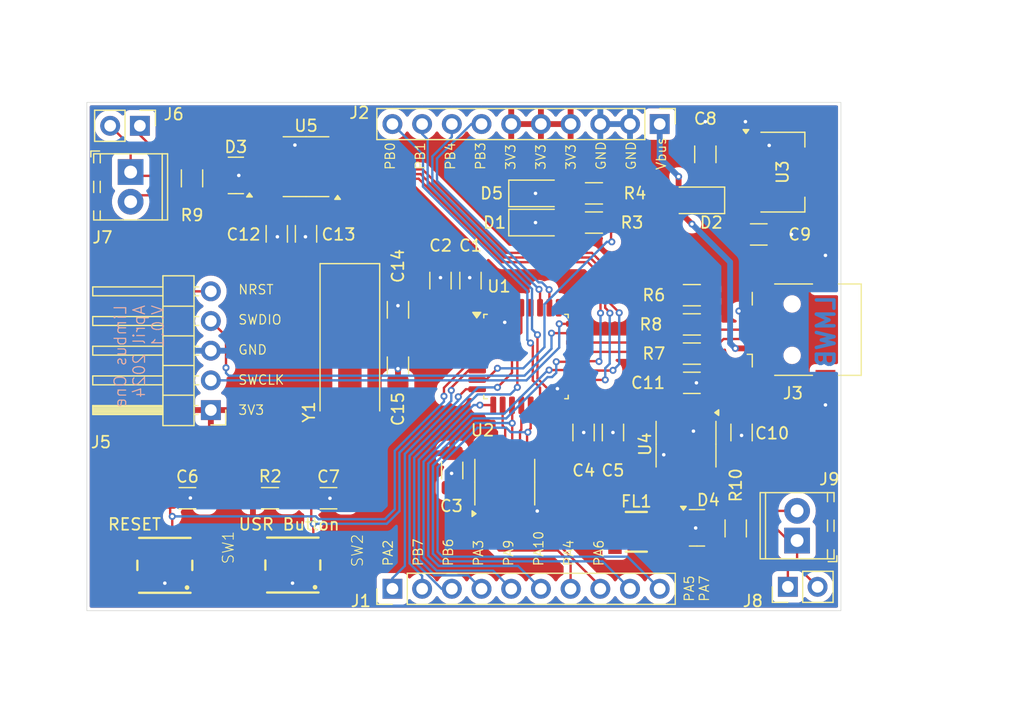
<source format=kicad_pcb>
(kicad_pcb (version 20240108) (generator "pcbnew") (generator_version "8.0")
  (title_block (title "Limbus One") (date "2024-04-28") (rev "v.0.1") (company "LMWB"))
  (layers (0 "F.Cu" signal) (31 "B.Cu" signal) (34 "B.Paste" user) (35 "F.Paste" user) (36 "B.SilkS" user "B.Silkscreen") (37 "F.SilkS" user "F.Silkscreen") (38 "B.Mask" user) (39 "F.Mask" user) (44 "Edge.Cuts" user))
  (net 0 "")
  (net 1 "GND")
  (net 2 "/Vin")
  (net 3 "/SYS_SWCLK")
  (net 4 "/SYS_SWDIO")
  (net 5 "+3V3")
  (net 6 "/NRST")
  (net 7 "/PA7")
  (net 8 "/PB8")
  (net 9 "/PA6")
  (net 10 "/PA3")
  (net 11 "/PA1")
  (net 12 "/PA0")
  (net 13 "/PA4")
  (net 14 "/PA2")
  (net 15 "/PB1")
  (net 16 "/PA5")
  (net 17 "/PA15")
  (net 18 "/PA12")
  (net 19 "/PA8")
  (net 20 "/PB5")
  (net 21 "/PB6")
  (net 22 "/PB0")
  (net 23 "/PA9")
  (net 24 "/PA10")
  (net 25 "/PA11")
  (net 26 "/PB4")
  (net 27 "/PB3")
  (net 28 "/PB7")
  (net 29 "Net-(D1-A)")
  (net 30 "Net-(J8-Pin_2)")
  (net 31 "Net-(U4-CANL)")
  (net 32 "Net-(U4-CANH)")
  (net 34 "Net-(J3-D-)")
  (net 35 "Net-(J3-D+)")
  (net 36 "Net-(J6-Pin_1)")
  (net 37 "Net-(J6-Pin_2)")
  (net 38 "Net-(J8-Pin_1)")
  (net 39 "/Vbus")
  (net 40 "Net-(J7-Pin_2)")
  (net 41 "Net-(J9-Pin_2)")
  (net 42 "Net-(D5-A)")
  (net 43 "Net-(U1-PF0)")
  (net 44 "Net-(U1-PF1)")
  (footprint "LMWB_footprints:430181038816" (layer "F.Cu") (at 46.8884 71.7296 180)
    (property "Reference" "SW2")
    (property "Value" "SW_MEC_5E" (hide yes))
  )
  (footprint "LMWB_footprints:430181038816" (layer "F.Cu") (at 35.941 71.755 180)
    (property "Reference" "SW1")
    (property "Value" "SW_MEC_5E" (hide yes))
  )
  (footprint "Capacitor_SMD:C_1206_3216Metric" (layer "F.Cu") (at 62.082 47.383 -90)
    (property "Reference" "C1")
    (property "Value" "47u")
  )
  (footprint "Connector_PinHeader_2.54mm:PinHeader_1x05_P2.54mm_Horizontal" (layer "F.Cu") (at 39.878 58.463 180)
    (property "Reference" "J5")
    (property "Value" "Conn_01x05")
  )
  (footprint "Capacitor_SMD:C_1206_3216Metric" (layer "F.Cu") (at 85.267 60.383 90)
    (property "Reference" "C10")
    (property "Value" "100n")
  )
  (footprint "Connector_PinHeader_2.54mm:PinHeader_1x10_P2.54mm_Vertical" (layer "F.Cu") (at 78.267 33.9852 -90)
    (property "Reference" "J2")
    (property "Value" "Conn_01x10" (hide yes))
  )
  (footprint "Package_QFP:LQFP-32_7x7mm_P0.8mm" (layer "F.Cu") (at 66.832 53.883)
    (property "Reference" "U1")
    (property "Value" "STM32F042K6Tx")
  )
  (footprint "Resistor_SMD:R_1206_3216Metric" (layer "F.Cu") (at 81.017 48.633)
    (property "Reference" "R6")
    (property "Value" "1k5")
  )
  (footprint "Capacitor_SMD:C_1206_3216Metric" (layer "F.Cu") (at 86.741 43.434)
    (property "Reference" "C9")
    (property "Value" "1u")
  )
  (footprint "LMWB_footprints:WE-CNSW_1812" (layer "F.Cu") (at 76.267 68.883)
    (property "Reference" "FL1")
    (property "Value" "Filter_CAN_Choke_LL_1234" (hide yes))
  )
  (footprint "Package_TO_SOT_SMD:SOT-23" (layer "F.Cu") (at 81.4545 68.543)
    (property "Reference" "D4")
    (property "Value" "NUP2105L")
  )
  (footprint "Connector_PinHeader_2.54mm:PinHeader_1x02_P2.54mm_Vertical" (layer "F.Cu") (at 89.227 73.593 90)
    (property "Reference" "J8")
    (property "Value" "Conn_01x02")
  )
  (footprint "Resistor_SMD:R_1206_3216Metric" (layer "F.Cu") (at 72.644 39.918)
    (property "Reference" "R4")
    (property "Value" "220")
  )
  (footprint "Capacitor_SMD:C_1206_3216Metric" (layer "F.Cu") (at 81.017 56.133 180)
    (property "Reference" "C11")
    (property "Value" "47u")
  )
  (footprint "Connector_USB:USB_Mini-B_Lumberg_2486_01_Horizontal" (layer "F.Cu") (at 89.592 51.583 90)
    (property "Reference" "J3")
    (property "Value" "USB_B_Micro")
  )
  (footprint "Connector_PinHeader_2.54mm:PinHeader_1x02_P2.54mm_Vertical" (layer "F.Cu") (at 33.807 34.133 -90)
    (property "Reference" "J6")
    (property "Value" "Conn_01x02")
  )
  (footprint "Capacitor_SMD:C_1206_3216Metric" (layer "F.Cu") (at 59.517 47.383 -90)
    (property "Reference" "C2")
    (property "Value" "100n")
  )
  (footprint "Capacitor_SMD:C_1206_3216Metric" (layer "F.Cu") (at 49.9392 66.009)
    (property "Reference" "C7")
    (property "Value" "100n")
  )
  (footprint "Resistor_SMD:R_1206_3216Metric" (layer "F.Cu") (at 72.644 42.418)
    (property "Reference" "R3")
    (property "Value" "220")
  )
  (footprint "Package_SO:SOIC-8_3.9x4.9mm_P1.27mm" (layer "F.Cu") (at 80.517 61.383 -90)
    (property "Reference" "U4")
    (property "Value" "TCAN334")
  )
  (footprint "Capacitor_SMD:C_1206_3216Metric" (layer "F.Cu") (at 55.88 49.883 -90)
    (property "Reference" "C14")
    (property "Value" "22p")
  )
  (footprint "Resistor_SMD:R_1206_3216Metric" (layer "F.Cu") (at 44.9392 66.009 180)
    (property "Reference" "R2")
    (property "Value" "10k")
  )
  (footprint "Capacitor_SMD:C_1206_3216Metric" (layer "F.Cu") (at 74.267 60.383 90)
    (property "Reference" "C5")
    (property "Value" "100n")
  )
  (footprint "Package_SO:SOIC-8_3.9x4.9mm_P1.27mm" (layer "F.Cu") (at 65.017 64.633 90)
    (property "Reference" "U2")
    (property "Value" "AT25xxx")
  )
  (footprint "Capacitor_SMD:C_1206_3216Metric" (layer "F.Cu") (at 48.017 43.383 90)
    (property "Reference" "C13")
    (property "Value" "47u")
  )
  (footprint "TerminalBlock_Phoenix:TerminalBlock_Phoenix_MPT-0,5-2-2.54_1x02_P2.54mm_Horizontal" (layer "F.Cu") (at 90.017 69.633 90)
    (property "Reference" "J9")
    (property "Value" "Conn_01x02")
  )
  (footprint "Diode_SMD:D_1206_3216Metric" (layer "F.Cu") (at 81.534 40.513 180)
    (property "Reference" "D2")
    (property "Value" "D")
  )
  (footprint "Capacitor_SMD:C_1206_3216Metric" (layer "F.Cu") (at 55.88 54.633 90)
    (property "Reference" "C15")
    (property "Value" "22p")
  )
  (footprint "Crystal:Crystal_SMD_HC49-SD" (layer "F.Cu") (at 51.767 52.633 -90)
    (property "Reference" "Y1")
    (property "Value" "Crystal")
  )
  (footprint "Resistor_SMD:R_1206_3216Metric" (layer "F.Cu") (at 38.267 38.633 -90)
    (property "Reference" "R9")
    (property "Value" "120")
  )
  (footprint "Capacitor_SMD:C_1206_3216Metric" (layer "F.Cu") (at 45.517 43.383 90)
    (property "Reference" "C12")
    (property "Value" "100n")
  )
  (footprint "Resistor_SMD:R_1206_3216Metric" (layer "F.Cu") (at 84.767 68.593 90)
    (property "Reference" "R10")
    (property "Value" "120")
  )
  (footprint "Package_TO_SOT_SMD:SOT-23" (layer "F.Cu") (at 42.017 38.383 180)
    (property "Reference" "D3")
    (property "Value" "NUP2105L")
  )
  (footprint "Capacitor_SMD:C_1206_3216Metric" (layer "F.Cu") (at 60.517 63.633 90)
    (property "Reference" "C3")
    (property "Value" "100n")
  )
  (footprint "LED_SMD:LED_1206_3216Metric" (layer "F.Cu") (at 67.644 39.918)
    (property "Reference" "D5")
    (property "Value" "LED")
  )
  (footprint "Package_TO_SOT_SMD:SOT-223-3_TabPin2" (layer "F.Cu") (at 88.773 38.1)
    (property "Reference" "U3")
    (property "Value" "AMS1117-3.3")
  )
  (footprint "Capacitor_SMD:C_1206_3216Metric" (layer "F.Cu") (at 71.753573 60.383 90)
    (property "Reference" "C4")
    (property "Value" "47u")
  )
  (footprint "Capacitor_SMD:C_1206_3216Metric" (layer "F.Cu") (at 37.8742 66.009)
    (property "Reference" "C6")
    (property "Value" "100n")
  )
  (footprint "Connector_PinHeader_2.54mm:PinHeader_1x10_P2.54mm_Vertical" (layer "F.Cu") (at 55.407 73.7616 90)
    (property "Reference" "J1")
    (property "Value" "Conn_01x10" (hide yes))
  )
  (footprint "LED_SMD:LED_1206_3216Metric" (layer "F.Cu") (at 67.644 42.418)
    (property "Reference" "D1")
    (property "Value" "LED")
  )
  (footprint "TerminalBlock_Phoenix:TerminalBlock_Phoenix_MPT-0,5-2-2.54_1x02_P2.54mm_Horizontal" (layer "F.Cu") (at 33.017 38.093 -90)
    (property "Reference" "J7")
    (property "Value" "Conn_01x02")
  )
  (footprint "Resistor_SMD:R_1206_3216Metric" (layer "F.Cu") (at 81.017 53.633 180)
    (property "Reference" "R7")
    (property "Value" "22")
  )
  (footprint "Resistor_SMD:R_1206_3216Metric" (layer "F.Cu") (at 81.017 51.133 180)
    (property "Reference" "R8")
    (property "Value" "22")
  )
  (footprint "Package_SO:SOIC-8_3.9x4.9mm_P1.27mm" (layer "F.Cu") (at 48.017 37.633 180)
    (property "Reference" "U5")
    (property "Value" "MAX481E")
  )
  (footprint "Capacitor_SMD:C_1206_3216Metric" (layer "F.Cu") (at 82.169 36.576 90)
    (property "Reference" "C8")
    (property "Value" "1u")
  )
  (gr_rect (start 29.267 32.133) (end 93.767 75.633) (stroke (width 0.05)) (fill none) (layer "Edge.Cuts"))
  (gr_text "LMWB" (at 93.367 48.483 90) (layer "B.Cu") (effects (font (size 1.5 1.5) (thickness 0.3) (bold yes)) (justify left bottom mirror)))
  (gr_text "Limbus One\nApril 2024\nV.0.1" (at 35.941 49.403 90) (layer "B.SilkS") (effects (font (size 1 1) (thickness 0.1)) (justify left bottom mirror)))
  (gr_text "PA5\nPA7" (at 82.55 74.93 90) (layer "F.SilkS") (effects (font (size 0.8 0.8) (thickness 0.1)) (justify left bottom)))
  (gr_text "PA2\n\nPB7\n\nPB6\n\nPA3\n\nPA9\n\nPA10\n\nPA4\n\nPA6" (at 73.533 71.882 90) (layer "F.SilkS") (effects (font (size 0.8 0.8) (thickness 0.1)) (justify left bottom)))
  (gr_text "PB0\n\nPB1\n\nPB4\n\nPB3\n\n3V3\n\n3V3\n\n3V3\n\nGND\n\nGND\n\nVbus" (at 78.867 37.973 90) (layer "F.SilkS") (effects (font (size 0.8 0.8) (thickness 0.1)) (justify left bottom)))
  (gr_text "NRST\n\nSWDIO\n\nGND\n\nSWCLK\n\n3V3" (at 42.164 58.928 0) (layer "F.SilkS") (effects (font (size 0.8 0.8) (thickness 0.1)) (justify left bottom)))
  (gr_text "RESET" (at 30.988 68.834 0) (layer "F.SilkS") (effects (font (size 1 1)) (justify left bottom)))
  (gr_text "USR Button" (at 42.164 68.834 0) (layer "F.SilkS") (effects (font (size 1 1)) (justify left bottom)))
  (segment (start 45.517 43.683) (end 45.567 43.633) (width 0.5) (layer "F.Cu") (net 1))
  (segment (start 81.152 60.268) (end 81.152 58.908) (width 0.5) (layer "F.Cu") (net 1))
  (segment (start 48.017 44.858001) (end 48.017 43.683) (width 0.5) (layer "F.Cu") (net 1))
  (segment (start 87.616 35.8) (end 87.63 35.814) (width 1) (layer "F.Cu") (net 1))
  (segment (start 60.517 65.108001) (end 60.517 63.933) (width 0.5) (layer "F.Cu") (net 1))
  (segment (start 35.941 73.279) (end 35.917 73.255) (width 0.5) (layer "F.Cu") (net 1))
  (segment (start 41.079499 38.383) (end 42.267 38.383) (width 0.5) (layer "F.Cu") (net 1))
  (segment (start 47.012 35.728) (end 47.067 35.783) (width 0.5) (layer "F.Cu") (net 1))
  (segment (start 39.3492 66.009) (end 38.1452 66.009) (width 0.5) (layer "F.Cu") (net 1))
  (segment (start 78.612 62.288) (end 78.612 63.858) (width 0.5) (layer "F.Cu") (net 1))
  (segment (start 64.465362 50.908) (end 64.032 50.474638) (width 0.5) (layer "F.Cu") (net 1))
  (segment (start 48.017 43.683) (end 47.967 43.633) (width 0.5) (layer "F.Cu") (net 1))
  (segment (start 45.517 44.858001) (end 45.517 43.683) (width 0.5) (layer "F.Cu") (net 1))
  (segment (start 45.542 35.728) (end 47.012 35.728) (width 0.5) (layer "F.Cu") (net 1))
  (segment (start 86.892 49.983) (end 85.0434 49.983) (width 0.5) (layer "F.Cu") (net 1))
  (segment (start 59.517 45.907999) (end 59.517 47.133) (width 0.5) (layer "F.Cu") (net 1))
  (segment (start 55.88 54.923) (end 55.88 56.108001) (width 0.5) (layer "F.Cu") (net 1))
  (segment (start 92.456 45.212) (end 92.442 45.226) (width 0.5) (layer "F.Cu") (net 1))
  (segment (start 66.244 39.918) (end 67.644 39.918) (width 0.5) (layer "F.Cu") (net 1))
  (segment (start 92.442 47.133) (end 92.442 45.226) (width 0.5) (layer "F.Cu") (net 1))
  (segment (start 82.422 62.728) (end 82.422 63.858) (width 0.5) (layer "F.Cu") (net 1))
  (segment (start 85.267 61.858001) (end 83.291999 61.858001) (width 0.5) (layer "F.Cu") (net 1))
  (segment (start 55.88 49.53) (end 55.88 48.407999) (width 0.5) (layer "F.Cu") (net 1))
  (segment (start 62.082 47.068) (end 62.017 47.133) (width 0.5) (layer "F.Cu") (net 1))
  (segment (start 51.4142 66.009) (end 50.069 66.009) (width 0.5) (layer "F.Cu") (net 1))
  (segment (start 50.069 66.009) (end 50.0634 66.0146) (width 0.2) (layer "F.Cu") (net 1))
  (segment (start 85.623 35.8) (end 87.616 35.8) (width 1) (layer "F.Cu") (net 1))
  (segment (start 85.623 35.8) (end 85.623 33.807) (width 1) (layer "F.Cu") (net 1))
  (segment (start 60.517 63.933) (end 60.467 63.883) (width 0.5) (layer "F.Cu") (net 1))
  (segment (start 88.216001 43.434) (end 89.535 43.434) (width 0.5) (layer "F.Cu") (net 1))
  (segment (start 69.632 56.748) (end 69.517 56.633) (width 0.5) (layer "F.Cu") (net 1))
  (segment (start 38.1452 66.009) (end 38.1254 65.9892) (width 0.2) (layer "F.Cu") (net 1))
  (segment (start 71.753573 61.858001) (end 71.753573 60.396427) (width 0.5) (layer "F.Cu") (net 1))
  (segment (start 92.442 58.025) (end 92.442 56.033) (width 0.5) (layer "F.Cu") (net 1))
  (segment (start 39.441 73.255) (end 35.965 73.255) (width 0.5) (layer "F.Cu") (net 1))
  (segment (start 82.169 35.100999) (end 82.169 33.782) (width 0.5) (layer "F.Cu") (net 1))
  (segment (start 62.082 45.907999) (end 62.082 47.068) (width 0.5) (layer "F.Cu") (net 1))
  (segment (start 71.753573 60.396427) (end 71.767 60.383) (width 0.5) (layer "F.Cu") (net 1))
  (segment (start 46.8136 73.2296) (end 43.3884 73.2296) (width 0.5) (layer "F.Cu") (net 1))
  (segment (start 69.632 58.058) (end 69.632 56.748) (width 0.5) (layer "F.Cu") (net 1))
  (segment (start 64.963696 50.908) (end 64.465362 50.908) (width 0.5) (layer "F.Cu") (net 1))
  (segment (start 65.01188 50.956184) (end 64.963696 50.908) (width 0.5) (layer "F.Cu") (net 1))
  (segment (start 46.863 73.279) (end 46.8136 73.2296) (width 0.5) (layer "F.Cu") (net 1))
  (segment (start 85.267 61.858001) (end 85.267 60.633) (width 0.5) (layer "F.Cu") (net 1))
  (segment (start 82.492001 56.133) (end 81.407 56.133) (width 0.5) (layer "F.Cu") (net 1))
  (segment (start 85.623 33.807) (end 85.598 33.782) (width 1) (layer "F.Cu") (net 1))
  (segment (start 35.917 73.255) (end 32.441 73.255) (width 0.5) (layer "F.Cu") (net 1))
  (segment (start 85.0434 49.983) (end 85.0392 49.9872) (width 0.5) (layer "F.Cu") (net 1))
  (segment (start 46.9124 73.2296) (end 46.863 73.279) (width 0.5) (layer "F.Cu") (net 1))
  (segment (start 81.357 68.543) (end 82.392001 68.543) (width 0.5) (layer "F.Cu") (net 1))
  (segment (start 67.7926 67.1068) (end 66.9232 67.1068) (width 0.2) (layer "F.Cu") (net 1))
  (segment (start 50.3884 73.2296) (end 46.9124 73.2296) (width 0.5) (layer "F.Cu") (net 1))
  (segment (start 81.342 68.558) (end 81.357 68.543) (width 0.5) (layer "F.Cu") (net 1))
  (segment (start 66.244001 42.418) (end 67.644 42.418) (width 0.5) (layer "F.Cu") (net 1))
  (segment (start 83.291999 61.858001) (end 82.422 62.728) (width 0.5) (layer "F.Cu") (net 1))
  (segment (start 64.032 50.474638) (end 64.032 49.708) (width 0.5) (layer "F.Cu") (net 1))
  (segment (start 74.267 61.858001) (end 74.267 60.383) (width 0.5) (layer "F.Cu") (net 1))
  (segment (start 35.965 73.255) (end 35.941 73.279) (width 0.5) (layer "F.Cu") (net 1))
  (segment (start 66.9232 67.1068) (end 66.922 67.108) (width 0.2) (layer "F.Cu") (net 1))
  (via (at 67.644 39.918) (size 0.6) (drill 0.3) (layers "F.Cu" "B.Cu") (net 1))
  (via (at 81.152 60.268) (size 0.6) (drill 0.3) (layers "F.Cu" "B.Cu") (net 1))
  (via (at 35.941 73.279) (size 0.6) (drill 0.3) (layers "F.Cu" "B.Cu") (net 1))
  (via (at 38.1254 65.9892) (size 0.6) (drill 0.3) (layers "F.Cu" "B.Cu") (net 1))
  (via (at 71.767 60.383) (size 0.6) (drill 0.3) (layers "F.Cu" "B.Cu") (net 1))
  (via (at 47.967 43.633) (size 0.6) (drill 0.3) (layers "F.Cu" "B.Cu") (net 1))
  (via (at 81.407 56.133) (size 0.6) (drill 0.3) (layers "F.Cu" "B.Cu") (net 1))
  (via (at 45.567 43.633) (size 0.6) (drill 0.3) (layers "F.Cu" "B.Cu") (net 1))
  (via (at 55.88 49.53) (size 0.6) (drill 0.3) (layers "F.Cu" "B.Cu") (net 1))
  (via (at 47.067 35.783) (size 0.6) (drill 0.3) (layers "F.Cu" "B.Cu") (net 1))
  (via (at 59.517 47.133) (size 0.6) (drill 0.3) (layers "F.Cu" "B.Cu") (net 1))
  (via (at 60.467 63.883) (size 0.6) (drill 0.3) (layers "F.Cu" "B.Cu") (net 1))
  (via (at 82.169 33.782) (size 0.6) (drill 0.3) (layers "F.Cu" "B.Cu") (net 1))
  (via (at 85.598 33.782) (size 0.6) (drill 0.3) (layers "F.Cu" "B.Cu") (net 1))
  (via (at 46.863 73.279) (size 0.6) (drill 0.3) (layers "F.Cu" "B.Cu") (net 1))
  (via (at 92.442 45.226) (size 0.6) (drill 0.3) (layers "F.Cu" "B.Cu") (net 1))
  (via (at 67.7926 67.1068) (size 0.6) (drill 0.3) (layers "F.Cu" "B.Cu") (net 1))
  (via (at 92.442 58.025) (size 0.6) (drill 0.3) (layers "F.Cu" "B.Cu") (net 1))
  (via (at 87.63 35.814) (size 0.6) (drill 0.3) (layers "F.Cu" "B.Cu") (net 1))
  (via (at 85.0392 49.9872) (size 0.6) (drill 0.3) (layers "F.Cu" "B.Cu") (net 1))
  (via (at 55.88 54.923) (size 0.6) (drill 0.3) (layers "F.Cu" "B.Cu") (net 1))
  (via (at 74.267 60.383) (size 0.6) (drill 0.3) (layers "F.Cu" "B.Cu") (net 1))
  (via (at 50.0634 66.0146) (size 0.6) (drill 0.3) (layers "F.Cu" "B.Cu") (net 1))
  (via (at 62.017 47.133) (size 0.6) (drill 0.3) (layers "F.Cu" "B.Cu") (net 1))
  (via (at 69.517 56.633) (size 0.6) (drill 0.3) (layers "F.Cu" "B.Cu") (net 1))
  (via (at 42.267 38.383) (size 0.6) (drill 0.3) (layers "F.Cu" "B.Cu") (net 1))
  (via (at 67.644 42.418) (size 0.6) (drill 0.3) (layers "F.Cu" "B.Cu") (net 1))
  (via (at 65.01188 50.956184) (size 0.6) (drill 0.3) (layers "F.Cu" "B.Cu") (net 1))
  (via (at 89.535 43.434) (size 0.6) (drill 0.3) (layers "F.Cu" "B.Cu") (net 1))
  (via (at 85.267 60.633) (size 0.6) (drill 0.3) (layers "F.Cu" "B.Cu") (net 1))
  (via (at 78.612 62.288) (size 0.6) (drill 0.3) (layers "F.Cu" "B.Cu") (net 1))
  (via (at 81.342 68.558) (size 0.6) (drill 0.3) (layers "F.Cu" "B.Cu") (net 1))
  (segment (start 85.623 40.4) (end 85.623 43.076999) (width 1) (layer "F.Cu") (net 2))
  (segment (start 83.046999 40.4) (end 82.933999 40.513) (width 1) (layer "F.Cu") (net 2))
  (segment (start 85.623 43.076999) (end 85.265999 43.434) (width 1) (layer "F.Cu") (net 2))
  (segment (start 85.623 40.4) (end 83.046999 40.4) (width 1) (layer "F.Cu") (net 2))
  (segment (start 69.6722 51.083) (end 71.007 51.083) (width 0.2) (layer "F.Cu") (net 3))
  (via (at 69.6722 51.083) (size 0.6) (drill 0.3) (layers "F.Cu" "B.Cu") (net 3))
  (segment (start 39.878 55.923) (end 66.867486 55.923) (width 0.2) (layer "B.Cu") (net 3))
  (segment (start 69.6722 53.118286) (end 69.6722 51.083) (width 0.2) (layer "B.Cu") (net 3))
  (segment (start 66.867486 55.923) (end 69.6722 53.118286) (width 0.2) (layer "B.Cu") (net 3))
  (segment (start 69.0118 51.883) (end 71.007 51.883) (width 0.2) (layer "F.Cu") (net 4))
  (segment (start 41.1734 54.8386) (end 41.1734 52.1384) (width 0.2) (layer "F.Cu") (net 4))
  (segment (start 41.1734 52.1384) (end 39.878 50.843) (width 0.2) (layer "F.Cu") (net 4))
  (via (at 41.1734 54.8386) (size 0.6) (drill 0.3) (layers "F.Cu" "B.Cu") (net 4))
  (via (at 69.0118 51.883) (size 0.6) (drill 0.3) (layers "F.Cu" "B.Cu") (net 4))
  (segment (start 69.0118 51.883) (end 69.0118 53.213) (width 0.2) (layer "B.Cu") (net 4))
  (segment (start 69.0118 53.213) (end 66.7018 55.523) (width 0.2) (layer "B.Cu") (net 4))
  (segment (start 41.4006 55.523) (end 41.1734 55.2958) (width 0.2) (layer "B.Cu") (net 4))
  (segment (start 66.7018 55.523) (end 41.4006 55.523) (width 0.2) (layer "B.Cu") (net 4))
  (segment (start 41.1734 55.2958) (end 41.1734 54.8386) (width 0.2) (layer "B.Cu") (net 4))
  (segment (start 71.007 58.161426) (end 71.753573 58.907999) (width 0.5) (layer "F.Cu") (net 5))
  (segment (start 63.423638 51.083) (end 62.657 51.083) (width 0.5) (layer "F.Cu") (net 5))
  (segment (start 62.657 49.433001) (end 62.082 48.858001) (width 0.5) (layer "F.Cu") (net 5))
  (segment (start 59.517 48.858001) (end 62.082 48.858001) (width 1) (layer "F.Cu") (net 5))
  (segment (start 63.857 51.516362) (end 63.423638 51.083) (width 0.5) (layer "F.Cu") (net 5))
  (segment (start 62.657 54.283) (end 63.423638 54.283) (width 0.5) (layer "F.Cu") (net 5))
  (segment (start 74.267 58.907999) (end 71.753573 58.907999) (width 1) (layer "F.Cu") (net 5))
  (segment (start 71.007 56.683) (end 71.007 58.161426) (width 0.5) (layer "F.Cu") (net 5))
  (segment (start 79.882 56.473001) (end 79.541999 56.133) (width 0.5) (layer "F.Cu") (net 5))
  (segment (start 79.882 58.908) (end 79.882 56.473001) (width 0.5) (layer "F.Cu") (net 5))
  (segment (start 62.657 51.083) (end 62.657 49.433001) (width 0.5) (layer "F.Cu") (net 5))
  (segment (start 63.857 53.849638) (end 63.857 51.516362) (width 0.5) (layer "F.Cu") (net 5))
  (segment (start 63.423638 54.283) (end 63.857 53.849638) (width 0.5) (layer "F.Cu") (net 5))
  (segment (start 39.878 48.303) (end 36.66 48.303) (width 0.2) (layer "F.Cu") (net 6))
  (segment (start 59.814678 57.278849) (end 59.814678 56.557793) (width 0.2) (layer "F.Cu") (net 6))
  (segment (start 36.727 70.255) (end 36.576 70.104) (width 0.2) (layer "F.Cu") (net 6))
  (segment (start 36.66 48.303) (end 36.3992 48.5638) (width 0.2) (layer "F.Cu") (net 6))
  (segment (start 36.3992 48.5638) (end 36.3992 66.009) (width 0.2) (layer "F.Cu") (net 6))
  (segment (start 36.576 67.564) (end 36.3992 67.3872) (width 0.2) (layer "F.Cu") (net 6))
  (segment (start 59.814678 56.557793) (end 61.607 54.765471) (width 0.2) (layer "F.Cu") (net 6))
  (segment (start 36.576 70.104) (end 36.576 67.564) (width 0.2) (layer "F.Cu") (net 6))
  (segment (start 61.607 53.709) (end 61.833 53.483) (width 0.2) (layer "F.Cu") (net 6))
  (segment (start 32.441 70.255) (end 36.957 70.255) (width 0.2) (layer "F.Cu") (net 6))
  (segment (start 61.607 54.765471) (end 61.607 53.709) (width 0.2) (layer "F.Cu") (net 6))
  (segment (start 61.833 53.483) (end 62.657 53.483) (width 0.2) (layer "F.Cu") (net 6))
  (segment (start 36.3992 67.3872) (end 36.3992 66.009) (width 0.2) (layer "F.Cu") (net 6))
  (segment (start 39.441 70.255) (end 36.957 70.255) (width 0.2) (layer "F.Cu") (net 6))
  (segment (start 36.957 70.255) (end 36.727 70.255) (width 0.2) (layer "F.Cu") (net 6))
  (via (at 36.576 67.564) (size 0.6) (drill 0.3) (layers "F.Cu" "B.Cu") (net 6))
  (via (at 59.814678 57.278849) (size 0.6) (drill 0.3) (layers "F.Cu" "B.Cu") (net 6))
  (segment (start 59.814678 57.278849) (end 59.814678 57.741268) (width 0.2) (layer "B.Cu") (net 6))
  (segment (start 54.756 67.799) (end 49.089529 67.799) (width 0.2) (layer "B.Cu") (net 6))
  (segment (start 55.607 66.948) (end 54.756 67.799) (width 0.2) (layer "B.Cu") (net 6))
  (segment (start 49.089529 67.799) (end 48.854529 67.564) (width 0.2) (layer "B.Cu") (net 6))
  (segment (start 48.854529 67.564) (end 36.576 67.564) (width 0.2) (layer "B.Cu") (net 6))
  (segment (start 59.814678 57.741268) (end 55.607 61.948946) (width 0.2) (layer "B.Cu") (net 6))
  (segment (start 55.607 61.948946) (end 55.607 66.948) (width 0.2) (layer "B.Cu") (net 6))
  (segment (start 66.989165 60.264835) (end 67.232 60.022) (width 0.2) (layer "F.Cu") (net 7))
  (segment (start 67.232 60.022) (end 67.232 58.058) (width 0.2) (layer "F.Cu") (net 7))
  (segment (start 66.922 60.426004) (end 66.922 62.158) (width 0.2) (layer "F.Cu") (net 7))
  (segment (start 66.989165 60.358839) (end 66.922 60.426004) (width 0.2) (layer "F.Cu") (net 7))
  (segment (start 66.989165 60.358839) (end 66.989165 60.264835) (width 0.2) (layer "F.Cu") (net 7))
  (segment (start 66.922 62.158) (end 66.929 62.165) (width 0.2) (layer "F.Cu") (net 7))
  (via (at 66.989165 60.358839) (size 0.6) (drill 0.3) (layers "F.Cu" "B.Cu") (net 7))
  (segment (start 65.522123 60.358839) (end 65.138884 59.9756) (width 0.2) (layer "B.Cu") (net 7))
  (segment (start 59.69223 71.0116) (end 75.517 71.0116) (width 0.2) (layer "B.Cu") (net 7))
  (segment (start 75.517 71.0116) (end 78.267 73.7616) (width 0.2) (layer "B.Cu") (net 7))
  (segment (start 62.671516 59.9756) (end 59.2706 63.376516) (width 0.2) (layer "B.Cu") (net 7))
  (segment (start 66.989165 60.358839) (end 65.522123 60.358839) (width 0.2) (layer "B.Cu") (net 7))
  (segment (start 59.2706 70.58997) (end 59.69223 71.0116) (width 0.2) (layer "B.Cu") (net 7))
  (segment (start 59.2706 63.376516) (end 59.2706 70.58997) (width 0.2) (layer "B.Cu") (net 7))
  (segment (start 65.138884 59.9756) (end 62.671516 59.9756) (width 0.2) (layer "B.Cu") (net 7))
  (segment (start 66.432 58.058) (end 66.432 60.1362) (width 0.2) (layer "F.Cu") (net 9))
  (segment (start 65.4494 64.0144) (end 65.4494 64.732486) (width 0.2) (layer "F.Cu") (net 9))
  (segment (start 69.722514 70.085) (end 65.1828 70.085) (width 0.2) (layer "F.Cu") (net 9))
  (segment (start 66.432 60.1362) (end 66.3194 60.2488) (width 0.2) (layer "F.Cu") (net 9))
  (segment (start 64.382 65.799886) (end 64.382 67.108) (width 0.2) (layer "F.Cu") (net 9))
  (segment (start 66.3194 63.1444) (end 65.4494 64.0144) (width 0.2) (layer "F.Cu") (net 9))
  (segment (start 66.3194 60.2488) (end 66.3194 63.1444) (width 0.2) (layer "F.Cu") (net 9))
  (segment (start 65.4494 64.732486) (end 64.382 65.799886) (width 0.2) (layer "F.Cu") (net 9))
  (segment (start 64.382 69.2842) (end 64.382 67.108) (width 0.2) (layer "F.Cu") (net 9))
  (segment (start 73.187001 73.7616) (end 73.187001 73.549487) (width 0.2) (layer "F.Cu") (net 9))
  (segment (start 65.1828 70.085) (end 64.382 69.2842) (width 0.2) (layer "F.Cu") (net 9))
  (segment (start 73.187001 73.549487) (end 69.722514 70.085) (width 0.2) (layer "F.Cu") (net 9))
  (segment (start 62.8904 58.039) (end 64.013 58.039) (width 0.2) (layer "F.Cu") (net 10))
  (segment (start 64.013 58.039) (end 64.032 58.058) (width 0.2) (layer "F.Cu") (net 10))
  (via (at 62.8904 58.039) (size 0.6) (drill 0.3) (layers "F.Cu" "B.Cu") (net 10))
  (segment (start 62.8904 58.039) (end 62.345372 58.039) (width 0.2) (layer "B.Cu") (net 10))
  (segment (start 61.877 72.6116) (end 63.027 73.7616) (width 0.2) (layer "B.Cu") (net 10))
  (segment (start 62.345372 58.039) (end 57.6706 62.713772) (width 0.2) (layer "B.Cu") (net 10))
  (segment (start 57.6706 71.252714) (end 59.029486 72.6116) (width 0.2) (layer "B.Cu") (net 10))
  (segment (start 57.6706 62.713772) (end 57.6706 71.252714) (width 0.2) (layer "B.Cu") (net 10))
  (segment (start 59.029486 72.6116) (end 61.877 72.6116) (width 0.2) (layer "B.Cu") (net 10))
  (segment (start 74.1065 44.0075) (end 74.1065 42.418) (width 0.2) (layer "F.Cu") (net 11))
  (segment (start 62.657 55.883) (end 63.406999 55.883) (width 0.2) (layer "F.Cu") (net 11))
  (segment (start 63.406999 55.883) (end 64.389 54.900999) (width 0.2) (layer "F.Cu") (net 11))
  (segment (start 64.389 54.900999) (end 64.389 54.8894) (width 0.2) (layer "F.Cu") (net 11))
  (segment (start 74.168 44.069) (end 74.1065 44.0075) (width 0.2) (layer "F.Cu") (net 11))
  (via (at 64.389 54.8894) (size 0.6) (drill 0.3) (layers "F.Cu" "B.Cu") (net 11))
  (via (at 74.168 44.069) (size 0.6) (drill 0.3) (layers "F.Cu" "B.Cu") (net 11))
  (segment (start 64.389 54.8894) (end 66.5988 54.8894) (width 0.2) (layer "B.Cu") (net 11))
  (segment (start 73.746529 44.069) (end 74.168 44.069) (width 0.2) (layer "B.Cu") (net 11))
  (segment (start 68.4118 53.0764) (end 68.4118 49.403729) (width 0.2) (layer "B.Cu") (net 11))
  (segment (start 66.5988 54.8894) (end 68.4118 53.0764) (width 0.2) (layer "B.Cu") (net 11))
  (segment (start 68.4118 49.403729) (end 73.746529 44.069) (width 0.2) (layer "B.Cu") (net 11))
  (segment (start 60.4405 56.780501) (end 60.4405 56.549501) (width 0.2) (layer "F.Cu") (net 12))
  (segment (start 50.3884 70.2296) (end 49.0206 70.2296) (width 0.2) (layer "F.Cu") (net 12))
  (segment (start 60.4405 56.549501) (end 61.907001 55.083) (width 0.2) (layer "F.Cu") (net 12))
  (segment (start 49.0206 70.2296) (end 48.641 69.85) (width 0.2) (layer "F.Cu") (net 12))
  (segment (start 48.641 68.199) (end 48.4642 68.0222) (width 0.2) (layer "F.Cu") (net 12))
  (segment (start 48.641 69.85) (end 48.641 68.199) (width 0.2) (layer "F.Cu") (net 12))
  (segment (start 48.4642 66.009) (end 46.4017 66.009) (width 0.2) (layer "F.Cu") (net 12))
  (segment (start 43.3884 70.2296) (end 49.0206 70.2296) (width 0.2) (layer "F.Cu") (net 12))
  (segment (start 48.4642 68.0222) (end 48.4642 66.009) (width 0.2) (layer "F.Cu") (net 12))
  (segment (start 61.907001 55.083) (end 62.657 55.083) (width 0.2) (layer "F.Cu") (net 12))
  (via (at 60.4405 56.780501) (size 0.6) (drill 0.3) (layers "F.Cu" "B.Cu") (net 12))
  (via (at 48.641 68.199) (size 0.6) (drill 0.3) (layers "F.Cu" "B.Cu") (net 12))
  (segment (start 60.4405 56.780501) (end 60.4405 57.681131) (width 0.2) (layer "B.Cu") (net 12))
  (segment (start 56.007 62.114631) (end 56.007 67.113686) (width 0.2) (layer "B.Cu") (net 12))
  (segment (start 60.4405 57.681131) (end 56.007 62.114631) (width 0.2) (layer "B.Cu") (net 12))
  (segment (start 56.007 67.113686) (end 54.921686 68.199) (width 0.2) (layer "B.Cu") (net 12))
  (segment (start 54.921686 68.199) (end 48.641 68.199) (width 0.2) (layer "B.Cu") (net 12))
  (segment (start 65.0494 64.5668) (end 65.0494 60.0202) (width 0.2) (layer "F.Cu") (net 13))
  (segment (start 64.5414 70.485) (end 63.112 69.0556) (width 0.2) (layer "F.Cu") (net 13))
  (segment (start 65.0494 60.0202) (end 64.832 59.8028) (width 0.2) (layer "F.Cu") (net 13))
  (segment (start 64.832 59.8028) (end 64.832 58.058) (width 0.2) (layer "F.Cu") (net 13))
  (segment (start 63.112 69.0556) (end 63.112 67.108) (width 0.2) (layer "F.Cu") (net 13))
  (segment (start 63.112 67.108) (end 63.112 66.5042) (width 0.2) (layer "F.Cu") (net 13))
  (segment (start 69.556828 70.485) (end 64.5414 70.485) (width 0.2) (layer "F.Cu") (net 13))
  (segment (start 70.647 71.575172) (end 69.556828 70.485) (width 0.2) (layer "F.Cu") (net 13))
  (segment (start 63.112 66.5042) (end 65.0494 64.5668) (width 0.2) (layer "F.Cu") (net 13))
  (segment (start 70.647 73.7616) (end 70.647 71.575172) (width 0.2) (layer "F.Cu") (net 13))
  (segment (start 61.686363 56.683) (end 62.657 56.683) (width 0.2) (layer "F.Cu") (net 14))
  (segment (start 61.0405 57.328863) (end 61.686363 56.683) (width 0.2) (layer "F.Cu") (net 14))
  (via (at 61.0405 57.328863) (size 0.6) (drill 0.3) (layers "F.Cu" "B.Cu") (net 14))
  (segment (start 56.4706 71.7994) (end 55.407 72.863) (width 0.2) (layer "B.Cu") (net 14))
  (segment (start 61.0405 57.328863) (end 61.0405 57.646816) (width 0.2) (layer "B.Cu") (net 14))
  (segment (start 61.0405 57.646816) (end 56.4706 62.216716) (width 0.2) (layer "B.Cu") (net 14))
  (segment (start 55.407 72.863) (end 55.407 73.7616) (width 0.2) (layer "B.Cu") (net 14))
  (segment (start 56.4706 62.216716) (end 56.4706 71.7994) (width 0.2) (layer "B.Cu") (net 14))
  (segment (start 68.832 56.785514) (end 68.832 58.058) (width 0.2) (layer "F.Cu") (net 15))
  (segment (start 67.8118 52.0192) (end 67.8118 55.765314) (width 0.2) (layer "F.Cu") (net 15))
  (segment (start 67.8118 55.765314) (end 68.832 56.785514) (width 0.2) (layer "F.Cu") (net 15))
  (via (at 67.8118 52.0192) (size 0.6) (drill 0.3) (layers "F.Cu" "B.Cu") (net 15))
  (segment (start 58.42 35.306) (end 57.947 34.833) (width 0.2) (layer "B.Cu") (net 15))
  (segment (start 58.42 39.173686) (end 58.42 35.306) (width 0.2) (layer "B.Cu") (net 15))
  (segment (start 67.8118 52.0192) (end 67.345 51.5524) (width 0.2) (layer "B.Cu") (net 15))
  (segment (start 67.345 48.098686) (end 58.42 39.173686) (width 0.2) (layer "B.Cu") (net 15))
  (segment (start 57.947 34.833) (end 57.947 33.9852) (width 0.2) (layer "B.Cu") (net 15))
  (segment (start 67.345 51.5524) (end 67.345 48.098686) (width 0.2) (layer "B.Cu") (net 15))
  (segment (start 65.652 58.078) (end 65.632 58.058) (width 0.2) (layer "F.Cu") (net 16))
  (segment (start 65.652 59.5884) (end 65.652 58.078) (width 0.2) (layer "F.Cu") (net 16))
  (segment (start 65.652 59.5884) (end 65.652 62.158) (width 0.2) (layer "F.Cu") (net 16))
  (via (at 65.652 59.5884) (size 0.6) (drill 0.3) (layers "F.Cu" "B.Cu") (net 16))
  (segment (start 65.30457 59.5756) (end 62.50583 59.5756) (width 0.2) (layer "B.Cu") (net 16))
  (segment (start 59.526544 71.4116) (end 73.377 71.4116) (width 0.2) (layer "B.Cu") (net 16))
  (segment (start 73.377 71.4116) (end 75.727 73.7616) (width 0.2) (layer "B.Cu") (net 16))
  (segment (start 58.8706 63.21083) (end 58.8706 70.755656) (width 0.2) (layer "B.Cu") (net 16))
  (segment (start 58.8706 70.755656) (end 59.526544 71.4116) (width 0.2) (layer "B.Cu") (net 16))
  (segment (start 62.50583 59.5756) (end 58.8706 63.21083) (width 0.2) (layer "B.Cu") (net 16))
  (segment (start 65.31737 59.5884) (end 65.30457 59.5756) (width 0.2) (layer "B.Cu") (net 16))
  (segment (start 65.652 59.5884) (end 65.31737 59.5884) (width 0.2) (layer "B.Cu") (net 16))
  (segment (start 79.5545 51.133) (end 78.0045 52.683) (width 0.2) (layer "F.Cu") (net 18))
  (segment (start 79.5545 48.633) (end 79.5545 51.133) (width 0.2) (layer "F.Cu") (net 18))
  (segment (start 78.0045 52.683) (end 71.007 52.683) (width 0.2) (layer "F.Cu") (net 18))
  (segment (start 82.422 58.386529) (end 80.7974 56.761929) (width 0.2) (layer "F.Cu") (net 18))
  (segment (start 80.7974 52.3759) (end 79.5545 51.133) (width 0.2) (layer "F.Cu") (net 18))
  (segment (start 80.7974 56.761929) (end 80.7974 52.3759) (width 0.2) (layer "F.Cu") (net 18))
  (segment (start 82.422 58.908) (end 82.422 58.386529) (width 0.2) (layer "F.Cu") (net 18))
  (segment (start 57.819114 38.268) (end 64.959915 45.4088) (width 0.2) (layer "F.Cu") (net 19))
  (segment (start 72.300514 45.4088) (end 73.603519 46.711805) (width 0.2) (layer "F.Cu") (net 19))
  (segment (start 73.603519 49.714785) (end 74.003507 50.114773) (width 0.2) (layer "F.Cu") (net 19))
  (segment (start 73.6062 55.883) (end 71.007 55.883) (width 0.2) (layer "F.Cu") (net 19))
  (segment (start 73.603519 46.711805) (end 73.603519 49.714785) (width 0.2) (layer "F.Cu") (net 19))
  (segment (start 50.492 38.268) (end 50.492 36.998) (width 0.2) (layer "F.Cu") (net 19))
  (segment (start 74.003507 50.114773) (end 74.003507 50.168153) (width 0.2) (layer "F.Cu") (net 19))
  (segment (start 50.492 38.268) (end 57.819114 38.268) (width 0.2) (layer "F.Cu") (net 19))
  (segment (start 64.959915 45.4088) (end 72.300514 45.4088) (width 0.2) (layer "F.Cu") (net 19))
  (segment (start 73.6092 55.88) (end 73.6062 55.883) (width 0.2) (layer "F.Cu") (net 19))
  (via (at 74.003507 50.168153) (size 0.6) (drill 0.3) (layers "F.Cu" "B.Cu") (net 19))
  (via (at 73.6092 55.88) (size 0.6) (drill 0.3) (layers "F.Cu" "B.Cu") (net 19))
  (segment (start 74.003507 50.168153) (end 73.9902 50.18146) (width 0.2) (layer "B.Cu") (net 19))
  (segment (start 73.9902 54.498071) (end 73.6092 54.879071) (width 0.2) (layer "B.Cu") (net 19))
  (segment (start 73.9902 50.18146) (end 73.9902 54.498071) (width 0.2) (layer "B.Cu") (net 19))
  (segment (start 73.6092 54.879071) (end 73.6092 55.88) (width 0.2) (layer "B.Cu") (net 19))
  (segment (start 66.0908 56.523) (end 66.0908 52.164174) (width 0.2) (layer "F.Cu") (net 21))
  (segment (start 66.432 51.822974) (end 66.432 49.708) (width 0.2) (layer "F.Cu") (net 21))
  (segment (start 66.0908 52.164174) (end 66.432 51.822974) (width 0.2) (layer "F.Cu") (net 21))
  (via (at 66.0908 56.523) (size 0.6) (drill 0.3) (layers "F.Cu" "B.Cu") (net 21))
  (segment (start 62.695686 57.123) (end 57.2706 62.548086) (width 0.2) (layer "B.Cu") (net 21))
  (segment (start 64.637529 57.123) (end 62.695686 57.123) (width 0.2) (layer "B.Cu") (net 21))
  (segment (start 66.0908 56.523) (end 65.4892 57.1246) (width 0.2) (layer "B.Cu") (net 21))
  (segment (start 65.4892 57.1246) (end 64.639129 57.1246) (width 0.2) (layer "B.Cu") (net 21))
  (segment (start 57.2706 62.548086) (end 57.2706 71.4184) (width 0.2) (layer "B.Cu") (net 21))
  (segment (start 64.639129 57.1246) (end 64.637529 57.123) (width 0.2) (layer "B.Cu") (net 21))
  (segment (start 57.2706 71.4184) (end 59.6138 73.7616) (width 0.2) (layer "B.Cu") (net 21))
  (segment (start 59.6138 73.7616) (end 60.486999 73.7616) (width 0.2) (layer "B.Cu") (net 21))
  (segment (start 67.4118 52.922539) (end 67.4118 55.931) (width 0.2) (layer "F.Cu") (net 22))
  (segment (start 67.2118 52.722539) (end 67.4118 52.922539) (width 0.2) (layer "F.Cu") (net 22))
  (segment (start 68.032 56.5512) (end 68.032 58.058) (width 0.2) (layer "F.Cu") (net 22))
  (segment (start 67.4118 55.931) (end 68.032 56.5512) (width 0.2) (layer "F.Cu") (net 22))
  (via (at 67.2118 52.722539) (size 0.6) (drill 0.3) (layers "F.Cu" "B.Cu") (net 22))
  (segment (start 58.02 39.339371) (end 58.02 36.5982) (width 0.2) (layer "B.Cu") (net 22))
  (segment (start 66.945 48.264372) (end 58.02 39.339371) (width 0.2) (layer "B.Cu") (net 22))
  (segment (start 67.2118 52.722539) (end 66.945 52.455739) (width 0.2) (layer "B.Cu") (net 22))
  (segment (start 58.02 36.5982) (end 55.407 33.9852) (width 0.2) (layer "B.Cu") (net 22))
  (segment (start 66.945 52.455739) (end 66.945 48.264372) (width 0.2) (layer "B.Cu") (net 22))
  (segment (start 74.2538 55.083) (end 71.007 55.083) (width 0.2) (layer "F.Cu") (net 23))
  (segment (start 70.9658 55.0418) (end 71.007 55.083) (width 0.2) (layer "F.Cu") (net 23))
  (segment (start 74.003519 49.319636) (end 74.803 50.119117) (width 0.2) (layer "F.Cu") (net 23))
  (segment (start 57.9848 37.868) (end 65.125601 45.0088) (width 0.2) (layer "F.Cu") (net 23))
  (segment (start 72.4662 45.0088) (end 74.003519 46.54612) (width 0.2) (layer "F.Cu") (net 23))
  (segment (start 51.222 35.728) (end 51.767 36.273) (width 0.2) (layer "F.Cu") (net 23))
  (segment (start 74.2696 55.0672) (end 74.2538 55.083) (width 0.2) (layer "F.Cu") (net 23))
  (segment (start 74.003519 46.54612) (end 74.003519 49.319636) (width 0.2) (layer "F.Cu") (net 23))
  (segment (start 65.125601 45.0088) (end 72.4662 45.0088) (width 0.2) (layer "F.Cu") (net 23))
  (segment (start 74.803 50.119117) (end 74.803 50.1396) (width 0.2) (layer "F.Cu") (net 23))
  (segment (start 50.492 35.728) (end 51.222 35.728) (width 0.2) (layer "F.Cu") (net 23))
  (segment (start 51.767 37.416) (end 52.219 37.868) (width 0.2) (layer "F.Cu") (net 23))
  (segment (start 52.219 37.868) (end 57.9848 37.868) (width 0.2) (layer "F.Cu") (net 23))
  (segment (start 68.8086 55.0418) (end 70.9658 55.0418) (width 0.2) (layer "F.Cu") (net 23))
  (segment (start 51.767 36.273) (end 51.767 37.416) (width 0.2) (layer "F.Cu") (net 23))
  (via (at 74.2696 55.0672) (size 0.6) (drill 0.3) (layers "F.Cu" "B.Cu") (net 23))
  (via (at 74.803 50.1396) (size 0.6) (drill 0.3) (layers "F.Cu" "B.Cu") (net 23))
  (via (at 68.8086 55.0418) (size 0.6) (drill 0.3) (layers "F.Cu" "B.Cu") (net 23))
  (segment (start 58.0706 62.879458) (end 62.174458 58.7756) (width 0.2) (layer "B.Cu") (net 23))
  (segment (start 68.707 55.0418) (end 68.8086 55.0418) (width 0.2) (layer "B.Cu") (net 23))
  (segment (start 64.9732 58.7756) (end 68.707 55.0418) (width 0.2) (layer "B.Cu") (net 23))
  (segment (start 64.017 72.2116) (end 59.195172 72.2116) (width 0.2) (layer "B.Cu") (net 23))
  (segment (start 62.174458 58.7756) (end 64.9732 58.7756) (width 0.2) (layer "B.Cu") (net 23))
  (segment (start 65.567 73.7616) (end 64.017 72.2116) (width 0.2) (layer "B.Cu") (net 23))
  (segment (start 74.803 54.5338) (end 74.2696 55.0672) (width 0.2) (layer "B.Cu") (net 23))
  (segment (start 58.0706 71.087028) (end 58.0706 62.879458) (width 0.2) (layer "B.Cu") (net 23))
  (segment (start 59.195172 72.2116) (end 58.0706 71.087028) (width 0.2) (layer "B.Cu") (net 23))
  (segment (start 74.803 50.1396) (end 74.803 54.5338) (width 0.2) (layer "B.Cu") (net 23))
  (segment (start 64.79423 45.8088) (end 72.1232 45.8088) (width 0.2) (layer "F.Cu") (net 24))
  (segment (start 69.4182 54.3306) (end 70.9594 54.3306) (width 0.2) (layer "F.Cu") (net 24))
  (segment (start 73.0536 54.283) (end 71.007 54.283) (width 0.2) (layer "F.Cu") (net 24))
  (segment (start 73.203519 46.889119) (end 73.203519 50.163314) (width 0.2) (layer "F.Cu") (net 24))
  (segment (start 72.1232 45.8088) (end 73.203519 46.889119) (width 0.2) (layer "F.Cu") (net 24))
  (segment (start 70.9594 54.3306) (end 71.007 54.283) (width 0.2) (layer "F.Cu") (net 24))
  (segment (start 52.137 38.668) (end 57.65343 38.668) (width 0.2) (layer "F.Cu") (net 24))
  (segment (start 51.267 39.538) (end 52.137 38.668) (width 0.2) (layer "F.Cu") (net 24))
  (segment (start 57.65343 38.668) (end 64.79423 45.8088) (width 0.2) (layer "F.Cu") (net 24))
  (segment (start 73.0758 54.3052) (end 73.0536 54.283) (width 0.2) (layer "F.Cu") (net 24))
  (segment (start 50.492 39.538) (end 51.267 39.538) (width 0.2) (layer "F.Cu") (net 24))
  (via (at 73.203519 50.163314) (size 0.6) (drill 0.3) (layers "F.Cu" "B.Cu") (net 24))
  (via (at 73.0758 54.3052) (size 0.6) (drill 0.3) (layers "F.Cu" "B.Cu") (net 24))
  (via (at 69.4182 54.3306) (size 0.6) (drill 0.3) (layers "F.Cu" "B.Cu") (net 24))
  (segment (start 58.4706 63.045144) (end 58.4706 70.921342) (width 0.2) (layer "B.Cu") (net 24))
  (segment (start 68.672686 55.6418) (end 65.138885 59.1756) (width 0.2) (layer "B.Cu") (net 24))
  (segment (start 73.203519 54.177481) (end 73.0758 54.3052) (width 0.2) (layer "B.Cu") (net 24))
  (segment (start 66.157 71.8116) (end 68.107 73.7616) (width 0.2) (layer "B.Cu") (net 24))
  (segment (start 65.138885 59.1756) (end 62.340144 59.1756) (width 0.2) (layer "B.Cu") (net 24))
  (segment (start 62.340144 59.1756) (end 58.4706 63.045144) (width 0.2) (layer "B.Cu") (net 24))
  (segment (start 58.4706 70.921342) (end 59.360858 71.8116) (width 0.2) (layer "B.Cu") (net 24))
  (segment (start 69.057129 55.6418) (end 68.672686 55.6418) (width 0.2) (layer "B.Cu") (net 24))
  (segment (start 69.4182 54.3306) (end 69.4182 55.280729) (width 0.2) (layer "B.Cu") (net 24))
  (segment (start 69.4182 55.280729) (end 69.057129 55.6418) (width 0.2) (layer "B.Cu") (net 24))
  (segment (start 59.360858 71.8116) (end 66.157 71.8116) (width 0.2) (layer "B.Cu") (net 24))
  (segment (start 73.203519 50.163314) (end 73.203519 54.177481) (width 0.2) (layer "B.Cu") (net 24))
  (segment (start 79.007257 54.933) (end 79.5545 54.385757) (width 0.2) (layer "F.Cu") (net 25))
  (segment (start 78.612 55.303255) (end 78.982255 54.933) (width 0.2) (layer "F.Cu") (net 25))
  (segment (start 78.982255 54.933) (end 79.007257 54.933) (width 0.2) (layer "F.Cu") (net 25))
  (segment (start 78.612 58.908) (end 78.612 55.303255) (width 0.2) (layer "F.Cu") (net 25))
  (segment (start 79.4045 53.483) (end 79.5545 53.633) (width 0.2) (layer "F.Cu") (net 25))
  (segment (start 71.007 53.483) (end 79.4045 53.483) (width 0.2) (layer "F.Cu") (net 25))
  (segment (start 79.5545 54.385757) (end 79.5545 53.633) (width 0.2) (layer "F.Cu") (net 25))
  (segment (start 68.032 48.22) (end 67.945 48.133) (width 0.2) (layer "F.Cu") (net 26))
  (segment (start 68.032 49.708) (end 68.032 48.22) (width 0.2) (layer "F.Cu") (net 26))
  (via (at 67.945 48.133) (size 0.6) (drill 0.3) (layers "F.Cu" "B.Cu") (net 26))
  (segment (start 58.82 39.008) (end 58.82 36.753998) (width 0.2) (layer "B.Cu") (net 26))
  (segment (start 67.945 48.133) (end 58.82 39.008) (width 0.2) (layer "B.Cu") (net 26))
  (segment (start 58.82 36.753998) (end 60.486999 35.086999) (width 0.2) (layer "B.Cu") (net 26))
  (segment (start 60.486999 35.086999) (end 60.486999 33.9852) (width 0.2) (layer "B.Cu") (net 26))
  (segment (start 68.832 49.708) (end 68.832 48.1818) (width 0.2) (layer "F.Cu") (net 27))
  (segment (start 68.832 48.1818) (end 68.8086 48.1584) (width 0.2) (layer "F.Cu") (net 27))
  (via (at 68.8086 48.1584) (size 0.6) (drill 0.3) (layers "F.Cu" "B.Cu") (net 27))
  (segment (start 62.154484 33.9852) (end 63.027 33.9852) (width 0.2) (layer "B.Cu") (net 27))
  (segment (start 67.910686 47.533) (end 59.22 38.842314) (width 0.2) (layer "B.Cu") (net 27))
  (segment (start 68.193529 47.533) (end 67.910686 47.533) (width 0.2) (layer "B.Cu") (net 27))
  (segment (start 68.8086 48.148071) (end 68.193529 47.533) (width 0.2) (layer "B.Cu") (net 27))
  (segment (start 59.22 38.842314) (end 59.22 36.919684) (width 0.2) (layer "B.Cu") (net 27))
  (segment (start 68.8086 48.1584) (end 68.8086 48.148071) (width 0.2) (layer "B.Cu") (net 27))
  (segment (start 59.22 36.919684) (end 62.154484 33.9852) (width 0.2) (layer "B.Cu") (net 27))
  (segment (start 64.389 56.523) (end 65.632 55.28) (width 0.2) (layer "F.Cu") (net 28))
  (segment (start 65.632 55.28) (end 65.632 49.708) (width 0.2) (layer "F.Cu") (net 28))
  (via (at 64.389 56.523) (size 0.6) (drill 0.3) (layers "F.Cu" "B.Cu") (net 28))
  (segment (start 64.389 56.523) (end 62.73 56.523) (width 0.2) (layer "B.Cu") (net 28))
  (segment (start 56.8706 62.382401) (end 56.8706 71.584086) (width 0.2) (layer "B.Cu") (net 28))
  (segment (start 57.947 72.660486) (end 57.947 73.7616) (width 0.2) (layer "B.Cu") (net 28))
  (segment (start 62.73 56.523) (end 56.8706 62.382401) (width 0.2) (layer "B.Cu") (net 28))
  (segment (start 56.8706 71.584086) (end 57.947 72.660486) (width 0.2) (layer "B.Cu") (net 28))
  (segment (start 69.043999 42.418) (end 71.1815 42.418) (width 0.5) (layer "F.Cu") (net 29))
  (segment (start 90.017 69.633) (end 89.267 69.633) (width 0.2) (layer "F.Cu") (net 30))
  (segment (start 90.017 71.843) (end 90.017 69.633) (width 0.2) (layer "F.Cu") (net 30))
  (segment (start 91.767 73.593) (end 90.017 71.843) (width 0.2) (layer "F.Cu") (net 30))
  (segment (start 80.517 69.493) (end 78.112 69.493) (width 0.2) (layer "F.Cu") (net 30))
  (segment (start 83.407 69.493) (end 80.517 69.493) (width 0.2) (layer "F.Cu") (net 30))
  (segment (start 89.267 69.633) (end 88.017 68.383) (width 0.2) (layer "F.Cu") (net 30))
  (segment (start 88.017 68.383) (end 84.517 68.383) (width 0.2) (layer "F.Cu") (net 30))
  (segment (start 78.112 69.493) (end 78.107 69.498) (width 0.2) (layer "F.Cu") (net 30))
  (segment (start 84.517 68.383) (end 83.407 69.493) (width 0.2) (layer "F.Cu") (net 30))
  (segment (start 74.767 65.633) (end 79.767 65.633) (width 0.2) (layer "F.Cu") (net 31))
  (segment (start 73.567 66.833) (end 74.767 65.633) (width 0.2) (layer "F.Cu") (net 31))
  (segment (start 79.767 65.633) (end 79.882 65.518) (width 0.2) (layer "F.Cu") (net 31))
  (segment (start 74.442 70.008) (end 74.392 70.008) (width 0.2) (layer "F.Cu") (net 31))
  (segment (start 79.882 65.518) (end 79.882 63.858) (width 0.2) (layer "F.Cu") (net 31))
  (segment (start 74.392 70.008) (end 73.567 69.183) (width 0.2) (layer "F.Cu") (net 31))
  (segment (start 73.567 69.183) (end 73.567 66.833) (width 0.2) (layer "F.Cu") (net 31))
  (segment (start 74.442 67.758) (end 74.442 66.523686) (width 0.2) (layer "F.Cu") (net 32))
  (segment (start 74.442 66.523686) (end 74.932686 66.033) (width 0.2) (layer "F.Cu") (net 32))
  (segment (start 81.152 65.914) (end 81.152 63.858) (width 0.2) (layer "F.Cu") (net 32))
  (segment (start 74.932686 66.033) (end 81.033 66.033) (width 0.2) (layer "F.Cu") (net 32))
  (segment (start 81.033 66.033) (end 81.152 65.914) (width 0.2) (layer "F.Cu") (net 32))
  (segment (start 82.4795 53.633) (end 83.7295 52.383) (width 0.2) (layer "F.Cu") (net 34))
  (segment (start 83.7295 52.383) (end 86.892 52.383) (width 0.2) (layer "F.Cu") (net 34))
  (segment (start 82.4795 51.133) (end 82.9295 51.583) (width 0.2) (layer "F.Cu") (net 35))
  (segment (start 82.9295 51.583) (end 86.892 51.583) (width 0.2) (layer "F.Cu") (net 35))
  (segment (start 36.0545 37.1705) (end 38.267 37.1705) (width 0.2) (layer "F.Cu") (net 36))
  (segment (start 33.807 34.133) (end 33.807 34.923) (width 0.2) (layer "F.Cu") (net 36))
  (segment (start 33.807 34.923) (end 36.0545 37.1705) (width 0.2) (layer "F.Cu") (net 36))
  (segment (start 42.9545 37.433) (end 40.217 37.433) (width 0.2) (layer "F.Cu") (net 37))
  (segment (start 33.341447 38.417447) (end 33.017 38.093) (width 0.2) (layer "F.Cu") (net 37))
  (segment (start 42.9545 37.433) (end 44.017 37.433) (width 0.2) (layer "F.Cu") (net 37))
  (segment (start 44.452 36.998) (end 45.542 36.998) (width 0.2) (layer "F.Cu") (net 37))
  (segment (start 33.017 35.883) (end 33.017 38.093) (width 0.2) (layer "F.Cu") (net 37))
  (segment (start 31.267 34.133) (end 33.017 35.883) (width 0.2) (layer "F.Cu") (net 37))
  (segment (start 39.232553 38.417447) (end 33.341447 38.417447) (width 0.2) (layer "F.Cu") (net 37))
  (segment (start 44.017 37.433) (end 44.452 36.998) (width 0.2) (layer "F.Cu") (net 37))
  (segment (start 40.217 37.433) (end 39.232553 38.417447) (width 0.2) (layer "F.Cu") (net 37))
  (segment (start 87.4395 70.0555) (end 89.227 71.843) (width 0.2) (layer "F.Cu") (net 38))
  (segment (start 89.227 71.843) (end 89.227 73.593) (width 0.2) (layer "F.Cu") (net 38))
  (segment (start 84.767 70.0555) (end 87.4395 70.0555) (width 0.2) (layer "F.Cu") (net 38))
  (segment (start 86.8874 53.1876) (end 86.892 53.183) (width 0.5) (layer "F.Cu") (net 39))
  (segment (start 84.7344 53.1876) (end 86.8874 53.1876) (width 0.5) (layer "F.Cu") (net 39))
  (segment (start 79.883 38.481) (end 79.883 40.261999) (width 0.5) (layer "F.Cu") (net 39))
  (segment (start 79.883 40.261999) (end 80.134001 40.513) (width 0.5) (layer "F.Cu") (net 39))
  (segment (start 80.134001 41.653001) (end 81.026 42.545) (width 0.5) (layer "F.Cu") (net 39))
  (segment (start 80.134001 40.513) (end 80.134001 41.653001) (width 0.5) (layer "F.Cu") (net 39))
  (via (at 84.7344 53.1876) (size 0.6) (drill 0.3) (layers "F.Cu" "B.Cu") (net 39))
  (via (at 79.883 38.481) (size 0.6) (drill 0.3) (layers "F.Cu" "B.Cu") (net 39))
  (via (at 81.026 42.545) (size 0.6) (drill 0.3) (layers "F.Cu" "B.Cu") (net 39))
  (segment (start 84.2892 45.8082) (end 84.2892 52.7424) (width 0.5) (layer "B.Cu") (net 39))
  (segment (start 78.267 36.865) (end 79.883 38.481) (width 0.5) (layer "B.Cu") (net 39))
  (segment (start 78.267 33.9852) (end 78.267 36.865) (width 0.5) (layer "B.Cu") (net 39))
  (segment (start 81.026 42.545) (end 84.2892 45.8082) (width 0.5) (layer "B.Cu") (net 39))
  (segment (start 84.2892 52.7424) (end 84.7344 53.1876) (width 0.5) (layer "B.Cu") (net 39))
  (segment (start 38.2545 40.083) (end 38.267 40.0955) (width 0.2) (layer "F.Cu") (net 40))
  (segment (start 42.9545 39.333) (end 44.0195 38.268) (width 0.2) (layer "F.Cu") (net 40))
  (segment (start 42.9545 39.333) (end 40.017 39.333) (width 0.2) (layer "F.Cu") (net 40))
  (segment (start 44.0195 38.268) (end 45.542 38.268) (width 0.2) (layer "F.Cu") (net 40))
  (segment (start 39.2545 40.0955) (end 38.267 40.0955) (width 0.2) (layer "F.Cu") (net 40))
  (segment (start 40.017 39.333) (end 39.2545 40.0955) (width 0.2) (layer "F.Cu") (net 40))
  (segment (start 33.017 40.633) (end 33.567 40.083) (width 0.2) (layer "F.Cu") (net 40))
  (segment (start 33.567 40.083) (end 38.2545 40.083) (width 0.2) (layer "F.Cu") (net 40))
  (segment (start 90.017 67.093) (end 84.8045 67.093) (width 0.2) (layer "F.Cu") (net 41))
  (segment (start 80.517 67.593) (end 80.057 67.593) (width 0.2) (layer "F.Cu") (net 41))
  (segment (start 84.8045 67.093) (end 84.767 67.1305) (width 0.2) (layer "F.Cu") (net 41))
  (segment (start 79.882 67.768) (end 78.107 67.768) (width 0.2) (layer "F.Cu") (net 41))
  (segment (start 80.057 67.593) (end 79.882 67.768) (width 0.2) (layer "F.Cu") (net 41))
  (segment (start 83.807 67.593) (end 80.517 67.593) (width 0.2) (layer "F.Cu") (net 41))
  (segment (start 84.2695 67.1305) (end 83.807 67.593) (width 0.2) (layer "F.Cu") (net 41))
  (segment (start 84.767 67.1305) (end 84.2695 67.1305) (width 0.2) (layer "F.Cu") (net 41))
  (segment (start 69.044 39.918) (end 71.1815 39.918) (width 0.5) (layer "F.Cu") (net 42))
  (segment (start 52.742001 51.358001) (end 55.88 51.358001) (width 0.5) (layer "F.Cu") (net 43))
  (segment (start 62.657 51.883) (end 56.404999 51.883) (width 0.5) (layer "F.Cu") (net 43))
  (segment (start 51.767 48.383) (end 51.767 50.383) (width 0.5) (layer "F.Cu") (net 43))
  (segment (start 56.404999 51.883) (end 55.88 51.358001) (width 0.5) (layer "F.Cu") (net 43))
  (segment (start 51.767 50.383) (end 52.742001 51.358001) (width 0.5) (layer "F.Cu") (net 43))
  (segment (start 56.354999 52.683) (end 55.88 53.157999) (width 0.5) (layer "F.Cu") (net 44))
  (segment (start 51.767 56.883) (end 51.767 53.633) (width 0.5) (layer "F.Cu") (net 44))
  (segment (start 51.767 53.633) (end 52.242001 53.157999) (width 0.5) (layer "F.Cu") (net 44))
  (segment (start 62.657 52.683) (end 56.354999 52.683) (width 0.5) (layer "F.Cu") (net 44))
  (segment (start 52.242001 53.157999) (end 55.88 53.157999) (width 0.5) (layer "F.Cu") (net 44))
  (zone (net 5) (net_name "+3V3") (layer "F.Cu") (connect_pads (clearance 0.5)) (min_thickness 0.25) (fill yes (thermal_gap 0.5) (thermal_bridge_width 0.5))
    (polygon (pts (xy 21.844 23.622) (xy 94.234 23.368) (xy 94.488 83.312) (xy 22.606 84.074)))
  )
  (zone (net 1) (net_name "GND") (layer "B.Cu") (connect_pads (clearance 0.5)) (min_thickness 0.25) (fill yes (thermal_gap 0.5) (thermal_bridge_width 0.5))
    (polygon (pts (xy 21.844 23.622) (xy 93.853 24.003) (xy 94.615 83.312) (xy 22.733 84.201)))
  )
)
</source>
